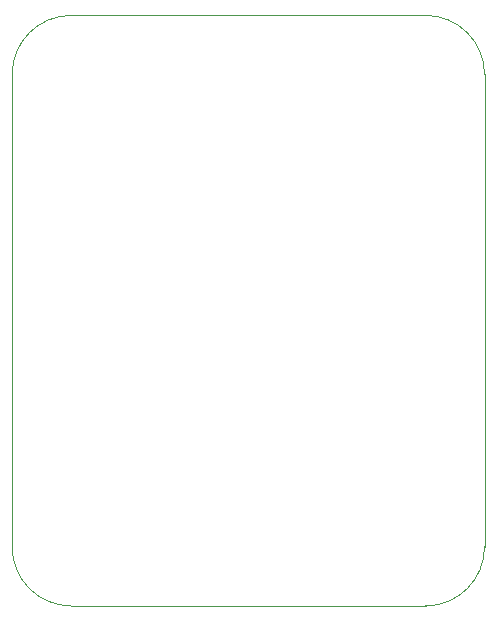
<source format=gbr>
G04 #@! TF.GenerationSoftware,KiCad,Pcbnew,(6.0.0-rc1-dev-318-g6fdc5972f)*
G04 #@! TF.CreationDate,2018-11-24T11:42:07+01:00*
G04 #@! TF.ProjectId,Frack_KnipperLedPrint,467261636B5F4B6E69707065724C6564,rev?*
G04 #@! TF.SameCoordinates,Original*
G04 #@! TF.FileFunction,Profile,NP*
%FSLAX46Y46*%
G04 Gerber Fmt 4.6, Leading zero omitted, Abs format (unit mm)*
G04 Created by KiCad (PCBNEW (6.0.0-rc1-dev-318-g6fdc5972f)) date 11/24/18 11:42:07*
%MOMM*%
%LPD*%
G01*
G04 APERTURE LIST*
%ADD10C,0.050000*%
G04 APERTURE END LIST*
D10*
X5000000Y-50000000D02*
G75*
G02X0Y-45000000I0J5000000D01*
G01*
X40000000Y-45000000D02*
G75*
G02X35000000Y-50000000I-5000000J0D01*
G01*
X35000000Y0D02*
G75*
G02X40000000Y-5000000I0J-5000000D01*
G01*
X0Y-5000000D02*
G75*
G02X5000000Y0I5000000J0D01*
G01*
X5000000Y0D02*
X35000000Y0D01*
X40000000Y-5000000D02*
X40000000Y-45000000D01*
X0Y-45000000D02*
X0Y-5000000D01*
X35000000Y-50000000D02*
X5000000Y-50000000D01*
M02*

</source>
